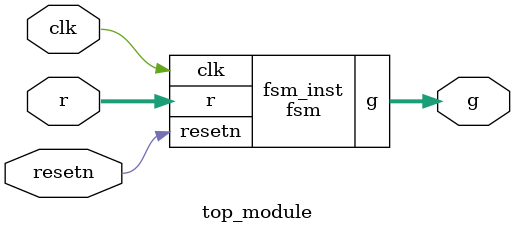
<source format=sv>
module fsm (
	input clk,
	input resetn,
	input [3:1] r,
	output reg [3:1] g
);

// State codes
parameter [1:0]
	A = 2'b00,
	B = 2'b01,
	C = 2'b10,
	D = 2'b11;

// Declare state register
reg [1:0] state;

// State flip-flop
always @(posedge clk, negedge resetn)
begin
	if (~resetn)
		state <= A;
	else
		state <= nextState;
end

// Output generation
always @(state, r)
begin
	case(state)
		A: begin
			if (r[1] & ~r[2] & ~r[3])
				g <= 3'b001;
			else if (~r[1] & ~r[2] & ~r[3])
				g <= 3'b000;
			else if (r[1])
				g <= 3'b010;
			else if (~r[1] & r[2])
				g <= 3'b100;
		end
		B: begin
			if (~r[1])
				g <= 3'b001;
			else if (r[1])
				g <= 3'b010;
		end
		C: begin
			if (~r[2])
				g <= 3'b010;
			else if (r[2])
				g <= 3'b100;
		end
		D: g <= 3'b000;
	endcase
end

// State transition logic
always @(state, r)
begin
	case(state)
		A: begin
			if (r[1])
				nextState = B;
			else if (r[2])
				nextState = C;
			else if (r[3])
				nextState = D;
			else
				nextState = A;
		end
		B: begin
			if (r[1])
				nextState = B;
			else
				nextState = A;
		end
		C: begin
			if (r[2])
				nextState = C;
			else
				nextState = A;
		end
		D: nextState = A;
	endcase
end

endmodule
module top_module (
	input clk,
	input resetn,
	input [3:1] r,
	output [3:1] g
);
	fsm fsm_inst (
		.clk(clk),
		.resetn(resetn),
		.r(r),
		.g(g)
	);
endmodule

</source>
